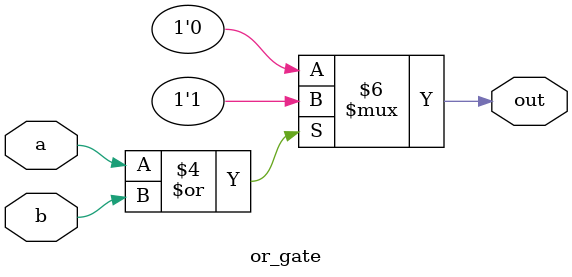
<source format=v>
module or_gate(a,b,out);
input a,b;
output reg out;

 always@(a,b) begin
 if(a==1'b1 | b==1'b1)
 out = 1'b1;
 else
 out = 1'b0;
 end

endmodule


</source>
